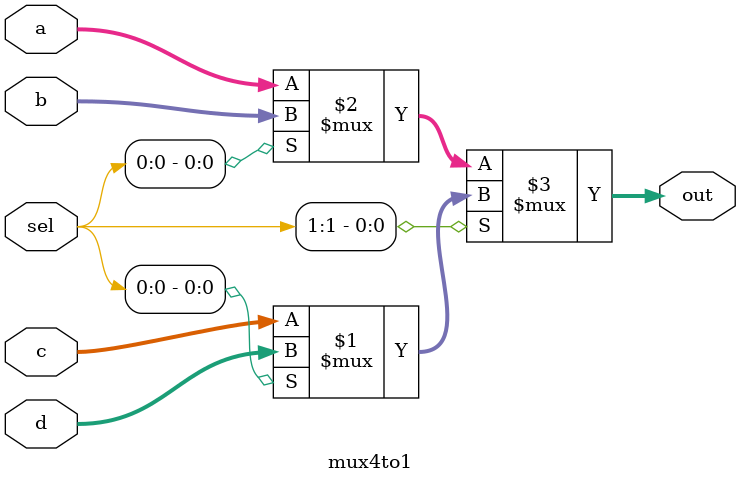
<source format=v>
module mux4to1(
    a,
    b,
    c,
    d,
    sel,
    out
);

parameter DATA_WIDTH = 32;
input   [DATA_WIDTH-1:0]    a;
input   [DATA_WIDTH-1:0]    b;
input   [DATA_WIDTH-1:0]    c;
input   [DATA_WIDTH-1:0]    d;
input   [1:0]               sel;

output    [DATA_WIDTH-1:0]  out;

assign out = sel[1] ? 
              (sel[0] ? d : c)
              : (sel[0] ? b : a);

endmodule
  

</source>
